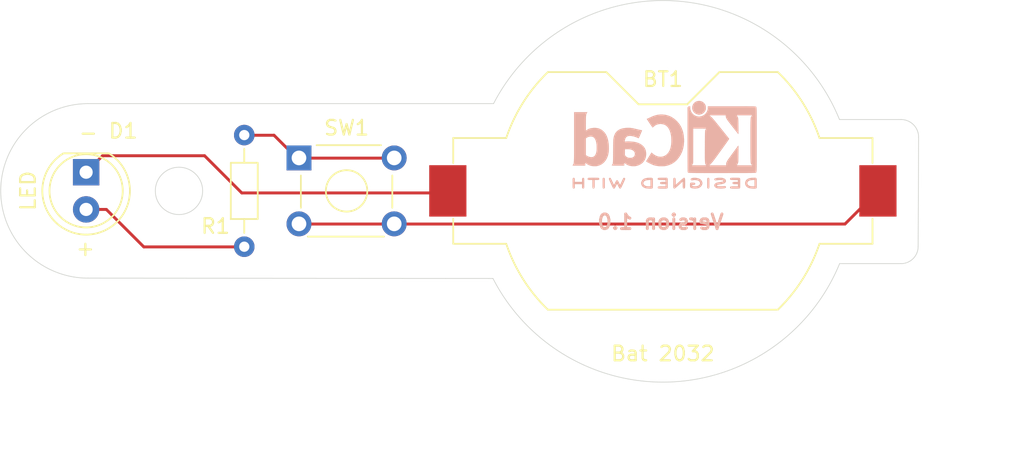
<source format=kicad_pcb>
(kicad_pcb (version 20241229) (generator "pcbnew") (generator_version "9.0")
  (title_block (title "LED Torch") (date "2025-05-23") (rev "1") (company "Electrodexlab") (comment 1 "Bikram Pal"))
  (layers (0 "F.Cu" signal) (2 "B.Cu" signal) (13 "F.Paste" user) (15 "B.Paste" user) (5 "F.SilkS" user "F.Silkscreen") (7 "B.SilkS" user "B.Silkscreen") (1 "F.Mask" user) (3 "B.Mask" user) (25 "Edge.Cuts" user))
  (net 0 "")
  (net 1 "/bat_pos")
  (net 2 "/LED_cathode")
  (net 3 "/LED_anode")
  (net 4 "Net-(SW1A-A)")
  (footprint "Button_Switch_THT:SW_TH_Tactile_Omron_B3F-10xx" (layer "F.Cu") (at 142.8 88.54194)
    (property "Reference" "SW1" (at 3.25 -2.05 0) (layer "F.SilkS"))
    (property "Value" "SW_DPDT_x2")
    (pad "1" thru_hole rect (at 0 0) (size 1.7 1.7) (drill 1) (layers "*.Cu" "*.Mask") (net 4 "Net-(SW1A-A)"))
    (pad "1" thru_hole circle (at 6.5 0) (size 1.7 1.7) (drill 1) (layers "*.Cu" "*.Mask") (net 4 "Net-(SW1A-A)"))
    (pad "2" thru_hole circle (at 0 4.5) (size 1.7 1.7) (drill 1) (layers "*.Cu" "*.Mask") (net 1 "/bat_pos"))
    (pad "2" thru_hole circle (at 6.5 4.5) (size 1.7 1.7) (drill 1) (layers "*.Cu" "*.Mask") (net 1 "/bat_pos"))
  )
  (footprint "LED_THT:LED_D5.0mm" (layer "F.Cu") (at 128.27 89.51694 -90)
    (property "Reference" "D1" (at -2.81694 -2.53 180) (layer "F.SilkS"))
    (property "Value" "LED" (at 1.27 3.96 90) (layer "F.SilkS"))
    (pad "1" thru_hole rect (at 0 0 270) (size 1.8 1.8) (drill 0.9) (layers "*.Cu" "*.Mask") (net 2 "/LED_cathode"))
    (pad "2" thru_hole circle (at 2.54 0 270) (size 1.8 1.8) (drill 0.9) (layers "*.Cu" "*.Mask") (net 3 "/LED_anode"))
  )
  (footprint "Resistor_THT:R_Axial_DIN0204_L3.6mm_D1.6mm_P7.62mm_Horizontal" (layer "F.Cu") (at 139.065 94.60194 90)
    (property "Reference" "R1" (at 1.40194 -1.965 180) (layer "F.SilkS"))
    (property "Value" "R")
    (pad "1" thru_hole circle (at 0 0 90) (size 1.4 1.4) (drill 0.7) (layers "*.Cu" "*.Mask") (net 3 "/LED_anode"))
    (pad "2" thru_hole circle (at 7.62 0 90) (size 1.4 1.4) (drill 0.7) (layers "*.Cu" "*.Mask") (net 4 "Net-(SW1A-A)"))
  )
  (footprint "Battery:BatteryHolder_Keystone_1058_1x2032" (layer "F.Cu") (at 167.64 90.79194 180)
    (property "Reference" "BT1" (at 0 7.62 0) (layer "F.SilkS"))
    (property "Value" "Bat 2032" (at 0 -11.10806 0) (layer "F.SilkS"))
    (pad "1" smd rect (at -14.68 0 180) (size 2.54 3.51) (layers "F.Cu" "F.Mask" "F.Paste") (net 1 "/bat_pos"))
    (pad "2" smd rect (at 14.68 0 180) (size 2.54 3.51) (layers "F.Cu" "F.Mask" "F.Paste") (net 2 "/LED_cathode"))
  )
  (footprint "Symbol:KiCad-Logo2_5mm_SilkScreen" (layer "B.Cu") (at 167.767 87.63 180)
    (property "Reference" "REF**" (hide yes))
    (property "Value" "KiCad-Logo2_5mm_SilkScreen" (hide yes))
  )
  (gr_arc (start 128.397 96.74788) (mid 122.44106 90.79194) (end 128.397 84.836) (stroke (width 0.05)) (layer "Edge.Cuts"))
  (gr_line (start 179.705 95.758) (end 183.896 95.758) (stroke (width 0.05)) (layer "Edge.Cuts"))
  (gr_arc (start 156.083 84.836) (mid 168.236766 77.811268) (end 179.695473 85.920455) (stroke (width 0.05)) (layer "Edge.Cuts"))
  (gr_line (start 128.397 84.836) (end 156.083 84.836) (stroke (width 0.05)) (layer "Edge.Cuts"))
  (gr_line (start 179.695473 85.920455) (end 183.896 85.920455) (stroke (width 0.05)) (layer "Edge.Cuts"))
  (gr_arc (start 183.896 85.920455) (mid 184.745621 86.272379) (end 185.097545 87.122) (stroke (width 0.05)) (layer "Edge.Cuts"))
  (gr_arc (start 185.066882 94.587118) (mid 184.723939 95.415057) (end 183.896 95.758) (stroke (width 0.05)) (layer "Edge.Cuts"))
  (gr_circle (center 134.608507 90.79194) (end 135.751507 91.93494) (stroke (width 0.05)) (fill no) (layer "Edge.Cuts"))
  (gr_line (start 185.097545 87.122) (end 185.066882 94.5871) (stroke (width 0.05)) (layer "Edge.Cuts"))
  (gr_line (start 128.397 96.74788) (end 156.041524 96.769208) (stroke (width 0.05)) (layer "Edge.Cuts"))
  (gr_arc (start 179.705 95.758) (mid 168.196818 103.835211) (end 156.041524 96.769208) (stroke (width 0.05)) (layer "Edge.Cuts"))
  (gr_text "+" (at 127.5 95.3 0) (layer "F.SilkS") (effects (font (size 1 1)) (justify left bottom)))
  (gr_text "-" (at 127.7 87.4 0) (layer "F.SilkS") (effects (font (size 1 1)) (justify left bottom)))
  (gr_text "Version 1.0" (at 171.9 93.5 0) (layer "B.SilkS") (effects (font (size 1 1) (thickness 0.2) (bold yes)) (justify left bottom mirror)))
  (segment (start 142.8 93.055) (end 149.3 93.055) (width 0.2) (layer "F.Cu") (net 1))
  (segment (start 180.07 93.055) (end 182.32 90.805) (width 0.2) (layer "F.Cu") (net 1))
  (segment (start 149.3 93.055) (end 180.07 93.055) (width 0.2) (layer "F.Cu") (net 1))
  (segment (start 136.354669 88.392) (end 138.894669 90.932) (width 0.2) (layer "F.Cu") (net 2))
  (segment (start 128.27 89.51694) (end 129.39494 88.392) (width 0.2) (layer "F.Cu") (net 2))
  (segment (start 138.894669 90.932) (end 152.833 90.932) (width 0.2) (layer "F.Cu") (net 2))
  (segment (start 129.39494 88.392) (end 136.354669 88.392) (width 0.2) (layer "F.Cu") (net 2))
  (segment (start 152.833 90.932) (end 152.96 90.805) (width 0.2) (layer "F.Cu") (net 2))
  (segment (start 132.207 94.615) (end 139.065 94.615) (width 0.2) (layer "F.Cu") (net 3))
  (segment (start 128.27 92.05694) (end 129.64894 92.05694) (width 0.2) (layer "F.Cu") (net 3))
  (segment (start 129.64894 92.05694) (end 132.207 94.615) (width 0.2) (layer "F.Cu") (net 3))
  (segment (start 142.657 88.555) (end 142.8 88.555) (width 0.2) (layer "F.Cu") (net 4))
  (segment (start 141.097 86.995) (end 142.657 88.555) (width 0.2) (layer "F.Cu") (net 4))
  (segment (start 139.065 86.995) (end 141.097 86.995) (width 0.2) (layer "F.Cu") (net 4))
  (segment (start 142.8 88.555) (end 149.3 88.555) (width 0.2) (layer "F.Cu") (net 4))
)
</source>
